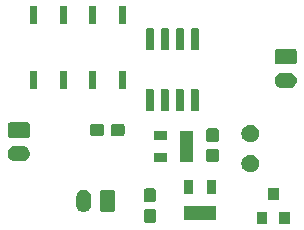
<source format=gbr>
G04 #@! TF.GenerationSoftware,KiCad,Pcbnew,(5.1.5-0)*
G04 #@! TF.CreationDate,2021-02-11T14:19:56-07:00*
G04 #@! TF.ProjectId,ideal-diode,69646561-6c2d-4646-996f-64652e6b6963,rev?*
G04 #@! TF.SameCoordinates,Original*
G04 #@! TF.FileFunction,Soldermask,Top*
G04 #@! TF.FilePolarity,Negative*
%FSLAX46Y46*%
G04 Gerber Fmt 4.6, Leading zero omitted, Abs format (unit mm)*
G04 Created by KiCad (PCBNEW (5.1.5-0)) date 2021-02-11 14:19:56*
%MOMM*%
%LPD*%
G04 APERTURE LIST*
%ADD10C,0.100000*%
G04 APERTURE END LIST*
D10*
G36*
X141951000Y-99451000D02*
G01*
X141049000Y-99451000D01*
X141049000Y-98449000D01*
X141951000Y-98449000D01*
X141951000Y-99451000D01*
G37*
G36*
X140051000Y-99451000D02*
G01*
X139149000Y-99451000D01*
X139149000Y-98449000D01*
X140051000Y-98449000D01*
X140051000Y-99451000D01*
G37*
G36*
X130464499Y-98203445D02*
G01*
X130501995Y-98214820D01*
X130536554Y-98233292D01*
X130566847Y-98258153D01*
X130591708Y-98288446D01*
X130610180Y-98323005D01*
X130621555Y-98360501D01*
X130626000Y-98405638D01*
X130626000Y-99144362D01*
X130621555Y-99189499D01*
X130610180Y-99226995D01*
X130591708Y-99261554D01*
X130566847Y-99291847D01*
X130536554Y-99316708D01*
X130501995Y-99335180D01*
X130464499Y-99346555D01*
X130419362Y-99351000D01*
X129780638Y-99351000D01*
X129735501Y-99346555D01*
X129698005Y-99335180D01*
X129663446Y-99316708D01*
X129633153Y-99291847D01*
X129608292Y-99261554D01*
X129589820Y-99226995D01*
X129578445Y-99189499D01*
X129574000Y-99144362D01*
X129574000Y-98405638D01*
X129578445Y-98360501D01*
X129589820Y-98323005D01*
X129608292Y-98288446D01*
X129633153Y-98258153D01*
X129663446Y-98233292D01*
X129698005Y-98214820D01*
X129735501Y-98203445D01*
X129780638Y-98199000D01*
X130419362Y-98199000D01*
X130464499Y-98203445D01*
G37*
G36*
X135676000Y-99131000D02*
G01*
X133024000Y-99131000D01*
X133024000Y-97969000D01*
X135676000Y-97969000D01*
X135676000Y-99131000D01*
G37*
G36*
X124627618Y-96583420D02*
G01*
X124708400Y-96607925D01*
X124750336Y-96620646D01*
X124863425Y-96681094D01*
X124962554Y-96762446D01*
X125043906Y-96861575D01*
X125104354Y-96974664D01*
X125104355Y-96974668D01*
X125141580Y-97097382D01*
X125151000Y-97193027D01*
X125151000Y-97806973D01*
X125141580Y-97902618D01*
X125121443Y-97969000D01*
X125104354Y-98025336D01*
X125043906Y-98138425D01*
X124962554Y-98237553D01*
X124863424Y-98318906D01*
X124750335Y-98379354D01*
X124718403Y-98389040D01*
X124627617Y-98416580D01*
X124500000Y-98429149D01*
X124372382Y-98416580D01*
X124281596Y-98389040D01*
X124249664Y-98379354D01*
X124136575Y-98318906D01*
X124037447Y-98237554D01*
X123956094Y-98138424D01*
X123895646Y-98025335D01*
X123878557Y-97969000D01*
X123858420Y-97902617D01*
X123849000Y-97806972D01*
X123849000Y-97193027D01*
X123858420Y-97097382D01*
X123895645Y-96974668D01*
X123895645Y-96974667D01*
X123927957Y-96914217D01*
X123956095Y-96861574D01*
X123969493Y-96845249D01*
X124037447Y-96762446D01*
X124136576Y-96681094D01*
X124249665Y-96620646D01*
X124291601Y-96607925D01*
X124372383Y-96583420D01*
X124500000Y-96570851D01*
X124627618Y-96583420D01*
G37*
G36*
X126991242Y-96578404D02*
G01*
X127028337Y-96589657D01*
X127062515Y-96607925D01*
X127092481Y-96632519D01*
X127117075Y-96662485D01*
X127135343Y-96696663D01*
X127146596Y-96733758D01*
X127151000Y-96778474D01*
X127151000Y-98221526D01*
X127146596Y-98266242D01*
X127135343Y-98303337D01*
X127117075Y-98337515D01*
X127092481Y-98367481D01*
X127062515Y-98392075D01*
X127028337Y-98410343D01*
X126991242Y-98421596D01*
X126946526Y-98426000D01*
X126053474Y-98426000D01*
X126008758Y-98421596D01*
X125971663Y-98410343D01*
X125937485Y-98392075D01*
X125907519Y-98367481D01*
X125882925Y-98337515D01*
X125864657Y-98303337D01*
X125853404Y-98266242D01*
X125849000Y-98221526D01*
X125849000Y-96778474D01*
X125853404Y-96733758D01*
X125864657Y-96696663D01*
X125882925Y-96662485D01*
X125907519Y-96632519D01*
X125937485Y-96607925D01*
X125971663Y-96589657D01*
X126008758Y-96578404D01*
X126053474Y-96574000D01*
X126946526Y-96574000D01*
X126991242Y-96578404D01*
G37*
G36*
X130464499Y-96453445D02*
G01*
X130501995Y-96464820D01*
X130536554Y-96483292D01*
X130566847Y-96508153D01*
X130591708Y-96538446D01*
X130610180Y-96573005D01*
X130621555Y-96610501D01*
X130626000Y-96655638D01*
X130626000Y-97394362D01*
X130621555Y-97439499D01*
X130610180Y-97476995D01*
X130591708Y-97511554D01*
X130566847Y-97541847D01*
X130536554Y-97566708D01*
X130501995Y-97585180D01*
X130464499Y-97596555D01*
X130419362Y-97601000D01*
X129780638Y-97601000D01*
X129735501Y-97596555D01*
X129698005Y-97585180D01*
X129663446Y-97566708D01*
X129633153Y-97541847D01*
X129608292Y-97511554D01*
X129589820Y-97476995D01*
X129578445Y-97439499D01*
X129574000Y-97394362D01*
X129574000Y-96655638D01*
X129578445Y-96610501D01*
X129589820Y-96573005D01*
X129608292Y-96538446D01*
X129633153Y-96508153D01*
X129663446Y-96483292D01*
X129698005Y-96464820D01*
X129735501Y-96453445D01*
X129780638Y-96449000D01*
X130419362Y-96449000D01*
X130464499Y-96453445D01*
G37*
G36*
X141001000Y-97451000D02*
G01*
X140099000Y-97451000D01*
X140099000Y-96449000D01*
X141001000Y-96449000D01*
X141001000Y-97451000D01*
G37*
G36*
X135676000Y-96931000D02*
G01*
X134924000Y-96931000D01*
X134924000Y-95769000D01*
X135676000Y-95769000D01*
X135676000Y-96931000D01*
G37*
G36*
X133776000Y-96931000D02*
G01*
X133024000Y-96931000D01*
X133024000Y-95769000D01*
X133776000Y-95769000D01*
X133776000Y-96931000D01*
G37*
G36*
X138819059Y-93617860D02*
G01*
X138955732Y-93674472D01*
X139078735Y-93756660D01*
X139183340Y-93861265D01*
X139265528Y-93984268D01*
X139322140Y-94120941D01*
X139351000Y-94266033D01*
X139351000Y-94413967D01*
X139322140Y-94559059D01*
X139265528Y-94695732D01*
X139183340Y-94818735D01*
X139078735Y-94923340D01*
X138955732Y-95005528D01*
X138955731Y-95005529D01*
X138955730Y-95005529D01*
X138819059Y-95062140D01*
X138673968Y-95091000D01*
X138526032Y-95091000D01*
X138380941Y-95062140D01*
X138244270Y-95005529D01*
X138244269Y-95005529D01*
X138244268Y-95005528D01*
X138121265Y-94923340D01*
X138016660Y-94818735D01*
X137934472Y-94695732D01*
X137877860Y-94559059D01*
X137849000Y-94413967D01*
X137849000Y-94266033D01*
X137877860Y-94120941D01*
X137934472Y-93984268D01*
X138016660Y-93861265D01*
X138121265Y-93756660D01*
X138244268Y-93674472D01*
X138380941Y-93617860D01*
X138526032Y-93589000D01*
X138673968Y-93589000D01*
X138819059Y-93617860D01*
G37*
G36*
X135764499Y-93103445D02*
G01*
X135801995Y-93114820D01*
X135836554Y-93133292D01*
X135866847Y-93158153D01*
X135891708Y-93188446D01*
X135910180Y-93223005D01*
X135921555Y-93260501D01*
X135926000Y-93305638D01*
X135926000Y-94044362D01*
X135921555Y-94089499D01*
X135910180Y-94126995D01*
X135891708Y-94161554D01*
X135866847Y-94191847D01*
X135836554Y-94216708D01*
X135801995Y-94235180D01*
X135764499Y-94246555D01*
X135719362Y-94251000D01*
X135080638Y-94251000D01*
X135035501Y-94246555D01*
X134998005Y-94235180D01*
X134963446Y-94216708D01*
X134933153Y-94191847D01*
X134908292Y-94161554D01*
X134889820Y-94126995D01*
X134878445Y-94089499D01*
X134874000Y-94044362D01*
X134874000Y-93305638D01*
X134878445Y-93260501D01*
X134889820Y-93223005D01*
X134908292Y-93188446D01*
X134933153Y-93158153D01*
X134963446Y-93133292D01*
X134998005Y-93114820D01*
X135035501Y-93103445D01*
X135080638Y-93099000D01*
X135719362Y-93099000D01*
X135764499Y-93103445D01*
G37*
G36*
X133781000Y-94226000D02*
G01*
X132619000Y-94226000D01*
X132619000Y-91574000D01*
X133781000Y-91574000D01*
X133781000Y-94226000D01*
G37*
G36*
X131581000Y-94226000D02*
G01*
X130419000Y-94226000D01*
X130419000Y-93474000D01*
X131581000Y-93474000D01*
X131581000Y-94226000D01*
G37*
G36*
X119338855Y-92852140D02*
G01*
X119402618Y-92858420D01*
X119493404Y-92885960D01*
X119525336Y-92895646D01*
X119638425Y-92956094D01*
X119737554Y-93037446D01*
X119818906Y-93136575D01*
X119879354Y-93249664D01*
X119879355Y-93249668D01*
X119916580Y-93372382D01*
X119929149Y-93500000D01*
X119916580Y-93627618D01*
X119902367Y-93674471D01*
X119879354Y-93750336D01*
X119818906Y-93863425D01*
X119737554Y-93962554D01*
X119638425Y-94043906D01*
X119525336Y-94104354D01*
X119493404Y-94114040D01*
X119402618Y-94141580D01*
X119338855Y-94147860D01*
X119306974Y-94151000D01*
X118693026Y-94151000D01*
X118661145Y-94147860D01*
X118597382Y-94141580D01*
X118506596Y-94114040D01*
X118474664Y-94104354D01*
X118361575Y-94043906D01*
X118262446Y-93962554D01*
X118181094Y-93863425D01*
X118120646Y-93750336D01*
X118097633Y-93674471D01*
X118083420Y-93627618D01*
X118070851Y-93500000D01*
X118083420Y-93372382D01*
X118120645Y-93249668D01*
X118120646Y-93249664D01*
X118181094Y-93136575D01*
X118262446Y-93037446D01*
X118361575Y-92956094D01*
X118474664Y-92895646D01*
X118506596Y-92885960D01*
X118597382Y-92858420D01*
X118661145Y-92852140D01*
X118693026Y-92849000D01*
X119306974Y-92849000D01*
X119338855Y-92852140D01*
G37*
G36*
X138766125Y-91067331D02*
G01*
X138819059Y-91077860D01*
X138955732Y-91134472D01*
X139078735Y-91216660D01*
X139183340Y-91321265D01*
X139253342Y-91426031D01*
X139265529Y-91444270D01*
X139322140Y-91580941D01*
X139351000Y-91726032D01*
X139351000Y-91873968D01*
X139322140Y-92019059D01*
X139273974Y-92135343D01*
X139265528Y-92155732D01*
X139183340Y-92278735D01*
X139078735Y-92383340D01*
X138955732Y-92465528D01*
X138955731Y-92465529D01*
X138955730Y-92465529D01*
X138819059Y-92522140D01*
X138673968Y-92551000D01*
X138526032Y-92551000D01*
X138380941Y-92522140D01*
X138244270Y-92465529D01*
X138244269Y-92465529D01*
X138244268Y-92465528D01*
X138121265Y-92383340D01*
X138016660Y-92278735D01*
X137934472Y-92155732D01*
X137926027Y-92135343D01*
X137877860Y-92019059D01*
X137849000Y-91873968D01*
X137849000Y-91726032D01*
X137877860Y-91580941D01*
X137934471Y-91444270D01*
X137946658Y-91426031D01*
X138016660Y-91321265D01*
X138121265Y-91216660D01*
X138244268Y-91134472D01*
X138380941Y-91077860D01*
X138433875Y-91067331D01*
X138526032Y-91049000D01*
X138673968Y-91049000D01*
X138766125Y-91067331D01*
G37*
G36*
X135764499Y-91353445D02*
G01*
X135801995Y-91364820D01*
X135836554Y-91383292D01*
X135866847Y-91408153D01*
X135891708Y-91438446D01*
X135910180Y-91473005D01*
X135921555Y-91510501D01*
X135926000Y-91555638D01*
X135926000Y-92294362D01*
X135921555Y-92339499D01*
X135910180Y-92376995D01*
X135891708Y-92411554D01*
X135866847Y-92441847D01*
X135836554Y-92466708D01*
X135801995Y-92485180D01*
X135764499Y-92496555D01*
X135719362Y-92501000D01*
X135080638Y-92501000D01*
X135035501Y-92496555D01*
X134998005Y-92485180D01*
X134963446Y-92466708D01*
X134933153Y-92441847D01*
X134908292Y-92411554D01*
X134889820Y-92376995D01*
X134878445Y-92339499D01*
X134874000Y-92294362D01*
X134874000Y-91555638D01*
X134878445Y-91510501D01*
X134889820Y-91473005D01*
X134908292Y-91438446D01*
X134933153Y-91408153D01*
X134963446Y-91383292D01*
X134998005Y-91364820D01*
X135035501Y-91353445D01*
X135080638Y-91349000D01*
X135719362Y-91349000D01*
X135764499Y-91353445D01*
G37*
G36*
X131581000Y-92326000D02*
G01*
X130419000Y-92326000D01*
X130419000Y-91574000D01*
X131581000Y-91574000D01*
X131581000Y-92326000D01*
G37*
G36*
X119766242Y-90853404D02*
G01*
X119803337Y-90864657D01*
X119837515Y-90882925D01*
X119867481Y-90907519D01*
X119892075Y-90937485D01*
X119910343Y-90971663D01*
X119921596Y-91008758D01*
X119926000Y-91053474D01*
X119926000Y-91946526D01*
X119921596Y-91991242D01*
X119910343Y-92028337D01*
X119892075Y-92062515D01*
X119867481Y-92092481D01*
X119837515Y-92117075D01*
X119803337Y-92135343D01*
X119766242Y-92146596D01*
X119721526Y-92151000D01*
X118278474Y-92151000D01*
X118233758Y-92146596D01*
X118196663Y-92135343D01*
X118162485Y-92117075D01*
X118132519Y-92092481D01*
X118107925Y-92062515D01*
X118089657Y-92028337D01*
X118078404Y-91991242D01*
X118074000Y-91946526D01*
X118074000Y-91053474D01*
X118078404Y-91008758D01*
X118089657Y-90971663D01*
X118107925Y-90937485D01*
X118132519Y-90907519D01*
X118162485Y-90882925D01*
X118196663Y-90864657D01*
X118233758Y-90853404D01*
X118278474Y-90849000D01*
X119721526Y-90849000D01*
X119766242Y-90853404D01*
G37*
G36*
X127789499Y-90978445D02*
G01*
X127826995Y-90989820D01*
X127861554Y-91008292D01*
X127891847Y-91033153D01*
X127916708Y-91063446D01*
X127935180Y-91098005D01*
X127946555Y-91135501D01*
X127951000Y-91180638D01*
X127951000Y-91819362D01*
X127946555Y-91864499D01*
X127935180Y-91901995D01*
X127916708Y-91936554D01*
X127891847Y-91966847D01*
X127861554Y-91991708D01*
X127826995Y-92010180D01*
X127789499Y-92021555D01*
X127744362Y-92026000D01*
X127005638Y-92026000D01*
X126960501Y-92021555D01*
X126923005Y-92010180D01*
X126888446Y-91991708D01*
X126858153Y-91966847D01*
X126833292Y-91936554D01*
X126814820Y-91901995D01*
X126803445Y-91864499D01*
X126799000Y-91819362D01*
X126799000Y-91180638D01*
X126803445Y-91135501D01*
X126814820Y-91098005D01*
X126833292Y-91063446D01*
X126858153Y-91033153D01*
X126888446Y-91008292D01*
X126923005Y-90989820D01*
X126960501Y-90978445D01*
X127005638Y-90974000D01*
X127744362Y-90974000D01*
X127789499Y-90978445D01*
G37*
G36*
X126039499Y-90978445D02*
G01*
X126076995Y-90989820D01*
X126111554Y-91008292D01*
X126141847Y-91033153D01*
X126166708Y-91063446D01*
X126185180Y-91098005D01*
X126196555Y-91135501D01*
X126201000Y-91180638D01*
X126201000Y-91819362D01*
X126196555Y-91864499D01*
X126185180Y-91901995D01*
X126166708Y-91936554D01*
X126141847Y-91966847D01*
X126111554Y-91991708D01*
X126076995Y-92010180D01*
X126039499Y-92021555D01*
X125994362Y-92026000D01*
X125255638Y-92026000D01*
X125210501Y-92021555D01*
X125173005Y-92010180D01*
X125138446Y-91991708D01*
X125108153Y-91966847D01*
X125083292Y-91936554D01*
X125064820Y-91901995D01*
X125053445Y-91864499D01*
X125049000Y-91819362D01*
X125049000Y-91180638D01*
X125053445Y-91135501D01*
X125064820Y-91098005D01*
X125083292Y-91063446D01*
X125108153Y-91033153D01*
X125138446Y-91008292D01*
X125173005Y-90989820D01*
X125210501Y-90978445D01*
X125255638Y-90974000D01*
X125994362Y-90974000D01*
X126039499Y-90978445D01*
G37*
G36*
X130354928Y-88051764D02*
G01*
X130376009Y-88058160D01*
X130395445Y-88068548D01*
X130412476Y-88082524D01*
X130426452Y-88099555D01*
X130436840Y-88118991D01*
X130443236Y-88140072D01*
X130446000Y-88168140D01*
X130446000Y-89781860D01*
X130443236Y-89809928D01*
X130436840Y-89831009D01*
X130426452Y-89850445D01*
X130412476Y-89867476D01*
X130395445Y-89881452D01*
X130376009Y-89891840D01*
X130354928Y-89898236D01*
X130326860Y-89901000D01*
X129863140Y-89901000D01*
X129835072Y-89898236D01*
X129813991Y-89891840D01*
X129794555Y-89881452D01*
X129777524Y-89867476D01*
X129763548Y-89850445D01*
X129753160Y-89831009D01*
X129746764Y-89809928D01*
X129744000Y-89781860D01*
X129744000Y-88168140D01*
X129746764Y-88140072D01*
X129753160Y-88118991D01*
X129763548Y-88099555D01*
X129777524Y-88082524D01*
X129794555Y-88068548D01*
X129813991Y-88058160D01*
X129835072Y-88051764D01*
X129863140Y-88049000D01*
X130326860Y-88049000D01*
X130354928Y-88051764D01*
G37*
G36*
X131624928Y-88051764D02*
G01*
X131646009Y-88058160D01*
X131665445Y-88068548D01*
X131682476Y-88082524D01*
X131696452Y-88099555D01*
X131706840Y-88118991D01*
X131713236Y-88140072D01*
X131716000Y-88168140D01*
X131716000Y-89781860D01*
X131713236Y-89809928D01*
X131706840Y-89831009D01*
X131696452Y-89850445D01*
X131682476Y-89867476D01*
X131665445Y-89881452D01*
X131646009Y-89891840D01*
X131624928Y-89898236D01*
X131596860Y-89901000D01*
X131133140Y-89901000D01*
X131105072Y-89898236D01*
X131083991Y-89891840D01*
X131064555Y-89881452D01*
X131047524Y-89867476D01*
X131033548Y-89850445D01*
X131023160Y-89831009D01*
X131016764Y-89809928D01*
X131014000Y-89781860D01*
X131014000Y-88168140D01*
X131016764Y-88140072D01*
X131023160Y-88118991D01*
X131033548Y-88099555D01*
X131047524Y-88082524D01*
X131064555Y-88068548D01*
X131083991Y-88058160D01*
X131105072Y-88051764D01*
X131133140Y-88049000D01*
X131596860Y-88049000D01*
X131624928Y-88051764D01*
G37*
G36*
X132894928Y-88051764D02*
G01*
X132916009Y-88058160D01*
X132935445Y-88068548D01*
X132952476Y-88082524D01*
X132966452Y-88099555D01*
X132976840Y-88118991D01*
X132983236Y-88140072D01*
X132986000Y-88168140D01*
X132986000Y-89781860D01*
X132983236Y-89809928D01*
X132976840Y-89831009D01*
X132966452Y-89850445D01*
X132952476Y-89867476D01*
X132935445Y-89881452D01*
X132916009Y-89891840D01*
X132894928Y-89898236D01*
X132866860Y-89901000D01*
X132403140Y-89901000D01*
X132375072Y-89898236D01*
X132353991Y-89891840D01*
X132334555Y-89881452D01*
X132317524Y-89867476D01*
X132303548Y-89850445D01*
X132293160Y-89831009D01*
X132286764Y-89809928D01*
X132284000Y-89781860D01*
X132284000Y-88168140D01*
X132286764Y-88140072D01*
X132293160Y-88118991D01*
X132303548Y-88099555D01*
X132317524Y-88082524D01*
X132334555Y-88068548D01*
X132353991Y-88058160D01*
X132375072Y-88051764D01*
X132403140Y-88049000D01*
X132866860Y-88049000D01*
X132894928Y-88051764D01*
G37*
G36*
X134164928Y-88051764D02*
G01*
X134186009Y-88058160D01*
X134205445Y-88068548D01*
X134222476Y-88082524D01*
X134236452Y-88099555D01*
X134246840Y-88118991D01*
X134253236Y-88140072D01*
X134256000Y-88168140D01*
X134256000Y-89781860D01*
X134253236Y-89809928D01*
X134246840Y-89831009D01*
X134236452Y-89850445D01*
X134222476Y-89867476D01*
X134205445Y-89881452D01*
X134186009Y-89891840D01*
X134164928Y-89898236D01*
X134136860Y-89901000D01*
X133673140Y-89901000D01*
X133645072Y-89898236D01*
X133623991Y-89891840D01*
X133604555Y-89881452D01*
X133587524Y-89867476D01*
X133573548Y-89850445D01*
X133563160Y-89831009D01*
X133556764Y-89809928D01*
X133554000Y-89781860D01*
X133554000Y-88168140D01*
X133556764Y-88140072D01*
X133563160Y-88118991D01*
X133573548Y-88099555D01*
X133587524Y-88082524D01*
X133604555Y-88068548D01*
X133623991Y-88058160D01*
X133645072Y-88051764D01*
X133673140Y-88049000D01*
X134136860Y-88049000D01*
X134164928Y-88051764D01*
G37*
G36*
X120474987Y-86476524D02*
G01*
X120493730Y-86482210D01*
X120510997Y-86491439D01*
X120526136Y-86503864D01*
X120538561Y-86519003D01*
X120547790Y-86536270D01*
X120553476Y-86555013D01*
X120556000Y-86580640D01*
X120556000Y-87919360D01*
X120553476Y-87944987D01*
X120547790Y-87963730D01*
X120538561Y-87980997D01*
X120526136Y-87996136D01*
X120510997Y-88008561D01*
X120493730Y-88017790D01*
X120474987Y-88023476D01*
X120449360Y-88026000D01*
X120010640Y-88026000D01*
X119985013Y-88023476D01*
X119966270Y-88017790D01*
X119949003Y-88008561D01*
X119933864Y-87996136D01*
X119921439Y-87980997D01*
X119912210Y-87963730D01*
X119906524Y-87944987D01*
X119904000Y-87919360D01*
X119904000Y-86580640D01*
X119906524Y-86555013D01*
X119912210Y-86536270D01*
X119921439Y-86519003D01*
X119933864Y-86503864D01*
X119949003Y-86491439D01*
X119966270Y-86482210D01*
X119985013Y-86476524D01*
X120010640Y-86474000D01*
X120449360Y-86474000D01*
X120474987Y-86476524D01*
G37*
G36*
X123014987Y-86476524D02*
G01*
X123033730Y-86482210D01*
X123050997Y-86491439D01*
X123066136Y-86503864D01*
X123078561Y-86519003D01*
X123087790Y-86536270D01*
X123093476Y-86555013D01*
X123096000Y-86580640D01*
X123096000Y-87919360D01*
X123093476Y-87944987D01*
X123087790Y-87963730D01*
X123078561Y-87980997D01*
X123066136Y-87996136D01*
X123050997Y-88008561D01*
X123033730Y-88017790D01*
X123014987Y-88023476D01*
X122989360Y-88026000D01*
X122550640Y-88026000D01*
X122525013Y-88023476D01*
X122506270Y-88017790D01*
X122489003Y-88008561D01*
X122473864Y-87996136D01*
X122461439Y-87980997D01*
X122452210Y-87963730D01*
X122446524Y-87944987D01*
X122444000Y-87919360D01*
X122444000Y-86580640D01*
X122446524Y-86555013D01*
X122452210Y-86536270D01*
X122461439Y-86519003D01*
X122473864Y-86503864D01*
X122489003Y-86491439D01*
X122506270Y-86482210D01*
X122525013Y-86476524D01*
X122550640Y-86474000D01*
X122989360Y-86474000D01*
X123014987Y-86476524D01*
G37*
G36*
X125474987Y-86476524D02*
G01*
X125493730Y-86482210D01*
X125510997Y-86491439D01*
X125526136Y-86503864D01*
X125538561Y-86519003D01*
X125547790Y-86536270D01*
X125553476Y-86555013D01*
X125556000Y-86580640D01*
X125556000Y-87919360D01*
X125553476Y-87944987D01*
X125547790Y-87963730D01*
X125538561Y-87980997D01*
X125526136Y-87996136D01*
X125510997Y-88008561D01*
X125493730Y-88017790D01*
X125474987Y-88023476D01*
X125449360Y-88026000D01*
X125010640Y-88026000D01*
X124985013Y-88023476D01*
X124966270Y-88017790D01*
X124949003Y-88008561D01*
X124933864Y-87996136D01*
X124921439Y-87980997D01*
X124912210Y-87963730D01*
X124906524Y-87944987D01*
X124904000Y-87919360D01*
X124904000Y-86580640D01*
X124906524Y-86555013D01*
X124912210Y-86536270D01*
X124921439Y-86519003D01*
X124933864Y-86503864D01*
X124949003Y-86491439D01*
X124966270Y-86482210D01*
X124985013Y-86476524D01*
X125010640Y-86474000D01*
X125449360Y-86474000D01*
X125474987Y-86476524D01*
G37*
G36*
X128014987Y-86476524D02*
G01*
X128033730Y-86482210D01*
X128050997Y-86491439D01*
X128066136Y-86503864D01*
X128078561Y-86519003D01*
X128087790Y-86536270D01*
X128093476Y-86555013D01*
X128096000Y-86580640D01*
X128096000Y-87919360D01*
X128093476Y-87944987D01*
X128087790Y-87963730D01*
X128078561Y-87980997D01*
X128066136Y-87996136D01*
X128050997Y-88008561D01*
X128033730Y-88017790D01*
X128014987Y-88023476D01*
X127989360Y-88026000D01*
X127550640Y-88026000D01*
X127525013Y-88023476D01*
X127506270Y-88017790D01*
X127489003Y-88008561D01*
X127473864Y-87996136D01*
X127461439Y-87980997D01*
X127452210Y-87963730D01*
X127446524Y-87944987D01*
X127444000Y-87919360D01*
X127444000Y-86580640D01*
X127446524Y-86555013D01*
X127452210Y-86536270D01*
X127461439Y-86519003D01*
X127473864Y-86503864D01*
X127489003Y-86491439D01*
X127506270Y-86482210D01*
X127525013Y-86476524D01*
X127550640Y-86474000D01*
X127989360Y-86474000D01*
X128014987Y-86476524D01*
G37*
G36*
X141938855Y-86652140D02*
G01*
X142002618Y-86658420D01*
X142093404Y-86685960D01*
X142125336Y-86695646D01*
X142238425Y-86756094D01*
X142337554Y-86837446D01*
X142418906Y-86936575D01*
X142479354Y-87049664D01*
X142479355Y-87049668D01*
X142516580Y-87172382D01*
X142529149Y-87300000D01*
X142516580Y-87427618D01*
X142489040Y-87518404D01*
X142479354Y-87550336D01*
X142418906Y-87663425D01*
X142337554Y-87762554D01*
X142238425Y-87843906D01*
X142125336Y-87904354D01*
X142093404Y-87914040D01*
X142002618Y-87941580D01*
X141938855Y-87947860D01*
X141906974Y-87951000D01*
X141293026Y-87951000D01*
X141261145Y-87947860D01*
X141197382Y-87941580D01*
X141106596Y-87914040D01*
X141074664Y-87904354D01*
X140961575Y-87843906D01*
X140862446Y-87762554D01*
X140781094Y-87663425D01*
X140720646Y-87550336D01*
X140710960Y-87518404D01*
X140683420Y-87427618D01*
X140670851Y-87300000D01*
X140683420Y-87172382D01*
X140720645Y-87049668D01*
X140720646Y-87049664D01*
X140781094Y-86936575D01*
X140862446Y-86837446D01*
X140961575Y-86756094D01*
X141074664Y-86695646D01*
X141106596Y-86685960D01*
X141197382Y-86658420D01*
X141261145Y-86652140D01*
X141293026Y-86649000D01*
X141906974Y-86649000D01*
X141938855Y-86652140D01*
G37*
G36*
X142366242Y-84653404D02*
G01*
X142403337Y-84664657D01*
X142437515Y-84682925D01*
X142467481Y-84707519D01*
X142492075Y-84737485D01*
X142510343Y-84771663D01*
X142521596Y-84808758D01*
X142526000Y-84853474D01*
X142526000Y-85746526D01*
X142521596Y-85791242D01*
X142510343Y-85828337D01*
X142492075Y-85862515D01*
X142467481Y-85892481D01*
X142437515Y-85917075D01*
X142403337Y-85935343D01*
X142366242Y-85946596D01*
X142321526Y-85951000D01*
X140878474Y-85951000D01*
X140833758Y-85946596D01*
X140796663Y-85935343D01*
X140762485Y-85917075D01*
X140732519Y-85892481D01*
X140707925Y-85862515D01*
X140689657Y-85828337D01*
X140678404Y-85791242D01*
X140674000Y-85746526D01*
X140674000Y-84853474D01*
X140678404Y-84808758D01*
X140689657Y-84771663D01*
X140707925Y-84737485D01*
X140732519Y-84707519D01*
X140762485Y-84682925D01*
X140796663Y-84664657D01*
X140833758Y-84653404D01*
X140878474Y-84649000D01*
X142321526Y-84649000D01*
X142366242Y-84653404D01*
G37*
G36*
X134164928Y-82901764D02*
G01*
X134186009Y-82908160D01*
X134205445Y-82918548D01*
X134222476Y-82932524D01*
X134236452Y-82949555D01*
X134246840Y-82968991D01*
X134253236Y-82990072D01*
X134256000Y-83018140D01*
X134256000Y-84631860D01*
X134253236Y-84659928D01*
X134246840Y-84681009D01*
X134236452Y-84700445D01*
X134222476Y-84717476D01*
X134205445Y-84731452D01*
X134186009Y-84741840D01*
X134164928Y-84748236D01*
X134136860Y-84751000D01*
X133673140Y-84751000D01*
X133645072Y-84748236D01*
X133623991Y-84741840D01*
X133604555Y-84731452D01*
X133587524Y-84717476D01*
X133573548Y-84700445D01*
X133563160Y-84681009D01*
X133556764Y-84659928D01*
X133554000Y-84631860D01*
X133554000Y-83018140D01*
X133556764Y-82990072D01*
X133563160Y-82968991D01*
X133573548Y-82949555D01*
X133587524Y-82932524D01*
X133604555Y-82918548D01*
X133623991Y-82908160D01*
X133645072Y-82901764D01*
X133673140Y-82899000D01*
X134136860Y-82899000D01*
X134164928Y-82901764D01*
G37*
G36*
X132894928Y-82901764D02*
G01*
X132916009Y-82908160D01*
X132935445Y-82918548D01*
X132952476Y-82932524D01*
X132966452Y-82949555D01*
X132976840Y-82968991D01*
X132983236Y-82990072D01*
X132986000Y-83018140D01*
X132986000Y-84631860D01*
X132983236Y-84659928D01*
X132976840Y-84681009D01*
X132966452Y-84700445D01*
X132952476Y-84717476D01*
X132935445Y-84731452D01*
X132916009Y-84741840D01*
X132894928Y-84748236D01*
X132866860Y-84751000D01*
X132403140Y-84751000D01*
X132375072Y-84748236D01*
X132353991Y-84741840D01*
X132334555Y-84731452D01*
X132317524Y-84717476D01*
X132303548Y-84700445D01*
X132293160Y-84681009D01*
X132286764Y-84659928D01*
X132284000Y-84631860D01*
X132284000Y-83018140D01*
X132286764Y-82990072D01*
X132293160Y-82968991D01*
X132303548Y-82949555D01*
X132317524Y-82932524D01*
X132334555Y-82918548D01*
X132353991Y-82908160D01*
X132375072Y-82901764D01*
X132403140Y-82899000D01*
X132866860Y-82899000D01*
X132894928Y-82901764D01*
G37*
G36*
X131624928Y-82901764D02*
G01*
X131646009Y-82908160D01*
X131665445Y-82918548D01*
X131682476Y-82932524D01*
X131696452Y-82949555D01*
X131706840Y-82968991D01*
X131713236Y-82990072D01*
X131716000Y-83018140D01*
X131716000Y-84631860D01*
X131713236Y-84659928D01*
X131706840Y-84681009D01*
X131696452Y-84700445D01*
X131682476Y-84717476D01*
X131665445Y-84731452D01*
X131646009Y-84741840D01*
X131624928Y-84748236D01*
X131596860Y-84751000D01*
X131133140Y-84751000D01*
X131105072Y-84748236D01*
X131083991Y-84741840D01*
X131064555Y-84731452D01*
X131047524Y-84717476D01*
X131033548Y-84700445D01*
X131023160Y-84681009D01*
X131016764Y-84659928D01*
X131014000Y-84631860D01*
X131014000Y-83018140D01*
X131016764Y-82990072D01*
X131023160Y-82968991D01*
X131033548Y-82949555D01*
X131047524Y-82932524D01*
X131064555Y-82918548D01*
X131083991Y-82908160D01*
X131105072Y-82901764D01*
X131133140Y-82899000D01*
X131596860Y-82899000D01*
X131624928Y-82901764D01*
G37*
G36*
X130354928Y-82901764D02*
G01*
X130376009Y-82908160D01*
X130395445Y-82918548D01*
X130412476Y-82932524D01*
X130426452Y-82949555D01*
X130436840Y-82968991D01*
X130443236Y-82990072D01*
X130446000Y-83018140D01*
X130446000Y-84631860D01*
X130443236Y-84659928D01*
X130436840Y-84681009D01*
X130426452Y-84700445D01*
X130412476Y-84717476D01*
X130395445Y-84731452D01*
X130376009Y-84741840D01*
X130354928Y-84748236D01*
X130326860Y-84751000D01*
X129863140Y-84751000D01*
X129835072Y-84748236D01*
X129813991Y-84741840D01*
X129794555Y-84731452D01*
X129777524Y-84717476D01*
X129763548Y-84700445D01*
X129753160Y-84681009D01*
X129746764Y-84659928D01*
X129744000Y-84631860D01*
X129744000Y-83018140D01*
X129746764Y-82990072D01*
X129753160Y-82968991D01*
X129763548Y-82949555D01*
X129777524Y-82932524D01*
X129794555Y-82918548D01*
X129813991Y-82908160D01*
X129835072Y-82901764D01*
X129863140Y-82899000D01*
X130326860Y-82899000D01*
X130354928Y-82901764D01*
G37*
G36*
X123014987Y-80976524D02*
G01*
X123033730Y-80982210D01*
X123050997Y-80991439D01*
X123066136Y-81003864D01*
X123078561Y-81019003D01*
X123087790Y-81036270D01*
X123093476Y-81055013D01*
X123096000Y-81080640D01*
X123096000Y-82419360D01*
X123093476Y-82444987D01*
X123087790Y-82463730D01*
X123078561Y-82480997D01*
X123066136Y-82496136D01*
X123050997Y-82508561D01*
X123033730Y-82517790D01*
X123014987Y-82523476D01*
X122989360Y-82526000D01*
X122550640Y-82526000D01*
X122525013Y-82523476D01*
X122506270Y-82517790D01*
X122489003Y-82508561D01*
X122473864Y-82496136D01*
X122461439Y-82480997D01*
X122452210Y-82463730D01*
X122446524Y-82444987D01*
X122444000Y-82419360D01*
X122444000Y-81080640D01*
X122446524Y-81055013D01*
X122452210Y-81036270D01*
X122461439Y-81019003D01*
X122473864Y-81003864D01*
X122489003Y-80991439D01*
X122506270Y-80982210D01*
X122525013Y-80976524D01*
X122550640Y-80974000D01*
X122989360Y-80974000D01*
X123014987Y-80976524D01*
G37*
G36*
X120474987Y-80976524D02*
G01*
X120493730Y-80982210D01*
X120510997Y-80991439D01*
X120526136Y-81003864D01*
X120538561Y-81019003D01*
X120547790Y-81036270D01*
X120553476Y-81055013D01*
X120556000Y-81080640D01*
X120556000Y-82419360D01*
X120553476Y-82444987D01*
X120547790Y-82463730D01*
X120538561Y-82480997D01*
X120526136Y-82496136D01*
X120510997Y-82508561D01*
X120493730Y-82517790D01*
X120474987Y-82523476D01*
X120449360Y-82526000D01*
X120010640Y-82526000D01*
X119985013Y-82523476D01*
X119966270Y-82517790D01*
X119949003Y-82508561D01*
X119933864Y-82496136D01*
X119921439Y-82480997D01*
X119912210Y-82463730D01*
X119906524Y-82444987D01*
X119904000Y-82419360D01*
X119904000Y-81080640D01*
X119906524Y-81055013D01*
X119912210Y-81036270D01*
X119921439Y-81019003D01*
X119933864Y-81003864D01*
X119949003Y-80991439D01*
X119966270Y-80982210D01*
X119985013Y-80976524D01*
X120010640Y-80974000D01*
X120449360Y-80974000D01*
X120474987Y-80976524D01*
G37*
G36*
X128014987Y-80976524D02*
G01*
X128033730Y-80982210D01*
X128050997Y-80991439D01*
X128066136Y-81003864D01*
X128078561Y-81019003D01*
X128087790Y-81036270D01*
X128093476Y-81055013D01*
X128096000Y-81080640D01*
X128096000Y-82419360D01*
X128093476Y-82444987D01*
X128087790Y-82463730D01*
X128078561Y-82480997D01*
X128066136Y-82496136D01*
X128050997Y-82508561D01*
X128033730Y-82517790D01*
X128014987Y-82523476D01*
X127989360Y-82526000D01*
X127550640Y-82526000D01*
X127525013Y-82523476D01*
X127506270Y-82517790D01*
X127489003Y-82508561D01*
X127473864Y-82496136D01*
X127461439Y-82480997D01*
X127452210Y-82463730D01*
X127446524Y-82444987D01*
X127444000Y-82419360D01*
X127444000Y-81080640D01*
X127446524Y-81055013D01*
X127452210Y-81036270D01*
X127461439Y-81019003D01*
X127473864Y-81003864D01*
X127489003Y-80991439D01*
X127506270Y-80982210D01*
X127525013Y-80976524D01*
X127550640Y-80974000D01*
X127989360Y-80974000D01*
X128014987Y-80976524D01*
G37*
G36*
X125474987Y-80976524D02*
G01*
X125493730Y-80982210D01*
X125510997Y-80991439D01*
X125526136Y-81003864D01*
X125538561Y-81019003D01*
X125547790Y-81036270D01*
X125553476Y-81055013D01*
X125556000Y-81080640D01*
X125556000Y-82419360D01*
X125553476Y-82444987D01*
X125547790Y-82463730D01*
X125538561Y-82480997D01*
X125526136Y-82496136D01*
X125510997Y-82508561D01*
X125493730Y-82517790D01*
X125474987Y-82523476D01*
X125449360Y-82526000D01*
X125010640Y-82526000D01*
X124985013Y-82523476D01*
X124966270Y-82517790D01*
X124949003Y-82508561D01*
X124933864Y-82496136D01*
X124921439Y-82480997D01*
X124912210Y-82463730D01*
X124906524Y-82444987D01*
X124904000Y-82419360D01*
X124904000Y-81080640D01*
X124906524Y-81055013D01*
X124912210Y-81036270D01*
X124921439Y-81019003D01*
X124933864Y-81003864D01*
X124949003Y-80991439D01*
X124966270Y-80982210D01*
X124985013Y-80976524D01*
X125010640Y-80974000D01*
X125449360Y-80974000D01*
X125474987Y-80976524D01*
G37*
M02*

</source>
